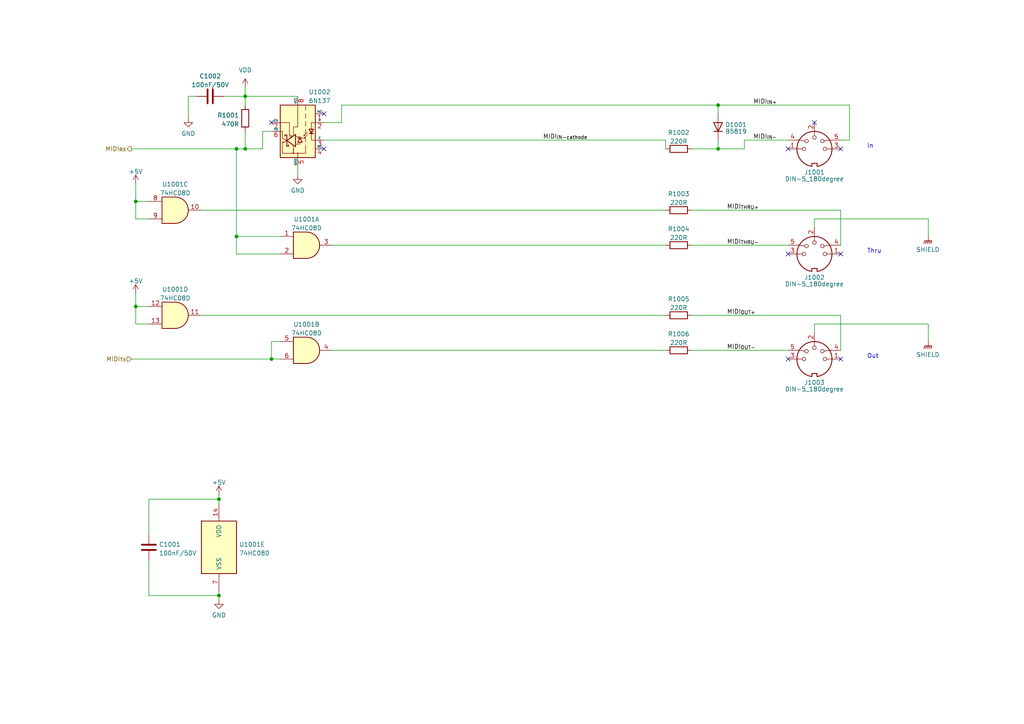
<source format=kicad_sch>
(kicad_sch (version 20230121) (generator eeschema)
  (paper "A4")
  (lib_symbols
    (symbol "4xxx:4081" (pin_names (offset 1.016))
      (property "Reference" "U" (at 0 1.27 0))
      (property "Value" "4081" (at 0 -1.27 0))
      (symbol "4081_1_1"
        (arc (start 0 -3.81) (mid 3.7934 0) (end 0 3.81) (stroke (width 0.254)) (fill (type background)))
        (polyline (pts (xy 0 3.81) (xy -3.81 3.81) (xy -3.81 -3.81) (xy 0 -3.81)) (stroke (width 0.254)) (fill (type background)))
        (pin input line (at -7.62 2.54 0) (length 3.81) (name "~") (number "1"))
        (pin input line (at -7.62 -2.54 0) (length 3.81) (name "~") (number "2"))
        (pin output line (at 7.62 0 180) (length 3.81) (name "~") (number "3"))
      )
      (symbol "4081_1_2"
        (arc (start -3.81 -3.81) (mid -2.589 0) (end -3.81 3.81) (stroke (width 0.254)))
        (arc (start -0.6096 -3.81) (mid 2.1842 -2.5851) (end 3.81 0) (stroke (width 0.254)) (fill (type background)))
        (polyline (pts (xy -3.81 -3.81) (xy -0.635 -3.81)) (stroke (width 0.254)) (fill (type background)))
        (polyline (pts (xy -3.81 3.81) (xy -0.635 3.81)) (stroke (width 0.254)) (fill (type background)))
        (polyline (pts (xy -0.635 3.81) (xy -3.81 3.81) (xy -3.81 3.81) (xy -3.556 3.4036) (xy -3.0226 2.2606) (xy -2.6924 1.0414) (xy -2.6162 -0.254) (xy -2.7686 -1.4986) (xy -3.175 -2.7178) (xy -3.81 -3.81) (xy -3.81 -3.81) (xy -0.635 -3.81)) (stroke (width -25.4)) (fill (type background)))
        (arc (start 3.81 0) (mid 2.1915 2.5936) (end -0.6096 3.81) (stroke (width 0.254)) (fill (type background)))
        (pin input inverted (at -7.62 2.54 0) (length 4.318) (name "~") (number "1"))
        (pin input inverted (at -7.62 -2.54 0) (length 4.318) (name "~") (number "2"))
        (pin output inverted (at 7.62 0 180) (length 3.81) (name "~") (number "3"))
      )
      (symbol "4081_2_1"
        (arc (start 0 -3.81) (mid 3.7934 0) (end 0 3.81) (stroke (width 0.254)) (fill (type background)))
        (polyline (pts (xy 0 3.81) (xy -3.81 3.81) (xy -3.81 -3.81) (xy 0 -3.81)) (stroke (width 0.254)) (fill (type background)))
        (pin output line (at 7.62 0 180) (length 3.81) (name "~") (number "4"))
        (pin input line (at -7.62 2.54 0) (length 3.81) (name "~") (number "5"))
        (pin input line (at -7.62 -2.54 0) (length 3.81) (name "~") (number "6"))
      )
      (symbol "4081_2_2"
        (arc (start -3.81 -3.81) (mid -2.589 0) (end -3.81 3.81) (stroke (width 0.254)))
        (arc (start -0.6096 -3.81) (mid 2.1842 -2.5851) (end 3.81 0) (stroke (width 0.254)) (fill (type background)))
        (polyline (pts (xy -3.81 -3.81) (xy -0.635 -3.81)) (stroke (width 0.254)) (fill (type background)))
        (polyline (pts (xy -3.81 3.81) (xy -0.635 3.81)) (stroke (width 0.254)) (fill (type background)))
        (polyline (pts (xy -0.635 3.81) (xy -3.81 3.81) (xy -3.81 3.81) (xy -3.556 3.4036) (xy -3.0226 2.2606) (xy -2.6924 1.0414) (xy -2.6162 -0.254) (xy -2.7686 -1.4986) (xy -3.175 -2.7178) (xy -3.81 -3.81) (xy -3.81 -3.81) (xy -0.635 -3.81)) (stroke (width -25.4)) (fill (type background)))
        (arc (start 3.81 0) (mid 2.1915 2.5936) (end -0.6096 3.81) (stroke (width 0.254)) (fill (type background)))
        (pin output inverted (at 7.62 0 180) (length 3.81) (name "~") (number "4"))
        (pin input inverted (at -7.62 2.54 0) (length 4.318) (name "~") (number "5"))
        (pin input inverted (at -7.62 -2.54 0) (length 4.318) (name "~") (number "6"))
      )
      (symbol "4081_3_1"
        (arc (start 0 -3.81) (mid 3.7934 0) (end 0 3.81) (stroke (width 0.254)) (fill (type background)))
        (polyline (pts (xy 0 3.81) (xy -3.81 3.81) (xy -3.81 -3.81) (xy 0 -3.81)) (stroke (width 0.254)) (fill (type background)))
        (pin output line (at 7.62 0 180) (length 3.81) (name "~") (number "10"))
        (pin input line (at -7.62 2.54 0) (length 3.81) (name "~") (number "8"))
        (pin input line (at -7.62 -2.54 0) (length 3.81) (name "~") (number "9"))
      )
      (symbol "4081_3_2"
        (arc (start -3.81 -3.81) (mid -2.589 0) (end -3.81 3.81) (stroke (width 0.254)))
        (arc (start -0.6096 -3.81) (mid 2.1842 -2.5851) (end 3.81 0) (stroke (width 0.254)) (fill (type background)))
        (polyline (pts (xy -3.81 -3.81) (xy -0.635 -3.81)) (stroke (width 0.254)) (fill (type background)))
        (polyline (pts (xy -3.81 3.81) (xy -0.635 3.81)) (stroke (width 0.254)) (fill (type background)))
        (polyline (pts (xy -0.635 3.81) (xy -3.81 3.81) (xy -3.81 3.81) (xy -3.556 3.4036) (xy -3.0226 2.2606) (xy -2.6924 1.0414) (xy -2.6162 -0.254) (xy -2.7686 -1.4986) (xy -3.175 -2.7178) (xy -3.81 -3.81) (xy -3.81 -3.81) (xy -0.635 -3.81)) (stroke (width -25.4)) (fill (type background)))
        (arc (start 3.81 0) (mid 2.1915 2.5936) (end -0.6096 3.81) (stroke (width 0.254)) (fill (type background)))
        (pin output inverted (at 7.62 0 180) (length 3.81) (name "~") (number "10"))
        (pin input inverted (at -7.62 2.54 0) (length 4.318) (name "~") (number "8"))
        (pin input inverted (at -7.62 -2.54 0) (length 4.318) (name "~") (number "9"))
      )
      (symbol "4081_4_1"
        (arc (start 0 -3.81) (mid 3.7934 0) (end 0 3.81) (stroke (width 0.254)) (fill (type background)))
        (polyline (pts (xy 0 3.81) (xy -3.81 3.81) (xy -3.81 -3.81) (xy 0 -3.81)) (stroke (width 0.254)) (fill (type background)))
        (pin output line (at 7.62 0 180) (length 3.81) (name "~") (number "11"))
        (pin input line (at -7.62 2.54 0) (length 3.81) (name "~") (number "12"))
        (pin input line (at -7.62 -2.54 0) (length 3.81) (name "~") (number "13"))
      )
      (symbol "4081_4_2"
        (arc (start -3.81 -3.81) (mid -2.589 0) (end -3.81 3.81) (stroke (width 0.254)))
        (arc (start -0.6096 -3.81) (mid 2.1842 -2.5851) (end 3.81 0) (stroke (width 0.254)) (fill (type background)))
        (polyline (pts (xy -3.81 -3.81) (xy -0.635 -3.81)) (stroke (width 0.254)) (fill (type background)))
        (polyline (pts (xy -3.81 3.81) (xy -0.635 3.81)) (stroke (width 0.254)) (fill (type background)))
        (polyline (pts (xy -0.635 3.81) (xy -3.81 3.81) (xy -3.81 3.81) (xy -3.556 3.4036) (xy -3.0226 2.2606) (xy -2.6924 1.0414) (xy -2.6162 -0.254) (xy -2.7686 -1.4986) (xy -3.175 -2.7178) (xy -3.81 -3.81) (xy -3.81 -3.81) (xy -0.635 -3.81)) (stroke (width -25.4)) (fill (type background)))
        (arc (start 3.81 0) (mid 2.1915 2.5936) (end -0.6096 3.81) (stroke (width 0.254)) (fill (type background)))
        (pin output inverted (at 7.62 0 180) (length 3.81) (name "~") (number "11"))
        (pin input inverted (at -7.62 2.54 0) (length 4.318) (name "~") (number "12"))
        (pin input inverted (at -7.62 -2.54 0) (length 4.318) (name "~") (number "13"))
      )
      (symbol "4081_5_0"
        (pin power_in line (at 0 12.7 270) (length 5.08) (name "VDD") (number "14"))
        (pin power_in line (at 0 -12.7 90) (length 5.08) (name "VSS") (number "7"))
      )
      (symbol "4081_5_1"
        (rectangle (start -5.08 7.62) (end 5.08 -7.62) (stroke (width 0.254)) (fill (type background)))
      )
    )
    (symbol "Connector:DIN-5_180degree" (pin_names (offset 1.016))
      (property "Reference" "J" (at 3.175 5.715 0))
      (property "Value" "DIN-5_180degree" (at 0 -6.35 0))
      (symbol "DIN-5_180degree_0_1"
        (arc (start -5.08 0) (mid -3.8609 -3.3364) (end -0.762 -5.08) (stroke (width 0.254)))
        (circle (center -3.048 0) (radius 0.508))
        (circle (center -2.286 2.286) (radius 0.508))
        (polyline (pts (xy -5.08 0) (xy -3.556 0)))
        (polyline (pts (xy 0 5.08) (xy 0 3.81)))
        (polyline (pts (xy 5.08 0) (xy 3.556 0)))
        (polyline (pts (xy -5.08 2.54) (xy -4.318 2.54) (xy -2.794 2.286)))
        (polyline (pts (xy 5.08 2.54) (xy 4.318 2.54) (xy 2.794 2.286)))
        (polyline (pts (xy -0.762 -4.953) (xy -0.762 -4.191) (xy 0.762 -4.191) (xy 0.762 -4.953)) (stroke (width 0.254)))
        (circle (center 0 3.302) (radius 0.508))
        (arc (start 0.762 -5.08) (mid 3.8685 -3.343) (end 5.08 0) (stroke (width 0.254)))
        (circle (center 2.286 2.286) (radius 0.508))
        (circle (center 3.048 0) (radius 0.508))
        (arc (start 5.08 0) (mid 0 5.0579) (end -5.08 0) (stroke (width 0.254)))
      )
      (symbol "DIN-5_180degree_1_1"
        (pin passive line (at -7.62 0 0) (length 2.54) (name "~") (number "1"))
        (pin passive line (at 0 7.62 270) (length 2.54) (name "~") (number "2"))
        (pin passive line (at 7.62 0 180) (length 2.54) (name "~") (number "3"))
        (pin passive line (at -7.62 2.54 0) (length 2.54) (name "~") (number "4"))
        (pin passive line (at 7.62 2.54 180) (length 2.54) (name "~") (number "5"))
      )
    )
    (symbol "Device:C" (pin_numbers hide) (pin_names (offset 0.254))
      (property "Reference" "C" (at 0.635 2.54 0))
      (property "Value" "C" (at 0.635 -2.54 0))
      (symbol "C_0_1"
        (polyline (pts (xy -2.032 -0.762) (xy 2.032 -0.762)) (stroke (width 0.508)))
        (polyline (pts (xy -2.032 0.762) (xy 2.032 0.762)) (stroke (width 0.508)))
      )
      (symbol "C_1_1"
        (pin passive line (at 0 3.81 270) (length 2.794) (name "~") (number "1"))
        (pin passive line (at 0 -3.81 90) (length 2.794) (name "~") (number "2"))
      )
    )
    (symbol "Device:D" (pin_numbers hide) (pin_names (offset 1.016) hide)
      (property "Reference" "D" (at 0 2.54 0))
      (property "Value" "D" (at 0 -2.54 0))
      (symbol "D_0_1"
        (polyline (pts (xy -1.27 1.27) (xy -1.27 -1.27)) (stroke (width 0.254)))
        (polyline (pts (xy 1.27 0) (xy -1.27 0)))
        (polyline (pts (xy 1.27 1.27) (xy 1.27 -1.27) (xy -1.27 0) (xy 1.27 1.27)) (stroke (width 0.254)))
      )
      (symbol "D_1_1"
        (pin passive line (at -3.81 0 0) (length 2.54) (name "K") (number "1"))
        (pin passive line (at 3.81 0 180) (length 2.54) (name "A") (number "2"))
      )
    )
    (symbol "Device:R" (pin_numbers hide) (pin_names (offset 0))
      (property "Reference" "R" (at 2.032 0 90))
      (property "Value" "R" (at 0 0 90))
      (symbol "R_0_1"
        (rectangle (start -1.016 -2.54) (end 1.016 2.54) (stroke (width 0.254)))
      )
      (symbol "R_1_1"
        (pin passive line (at 0 3.81 270) (length 1.27) (name "~") (number "1"))
        (pin passive line (at 0 -3.81 90) (length 1.27) (name "~") (number "2"))
      )
    )
    (symbol "Isolator:6N137" (pin_names (offset 0))
      (property "Reference" "U" (at -4.064 8.89 0))
      (property "Value" "6N137" (at 0 -8.89 0))
      (symbol "6N137_0_1"
        (polyline (pts (xy 0 -6.35) (xy -2.286 -6.35) (xy -2.286 -4.064)))
        (polyline (pts (xy -5.08 -2.54) (xy -3.937 -2.54) (xy -3.937 2.54) (xy -5.08 2.54)))
        (polyline (pts (xy 1.27 -5.08) (xy 1.27 -6.35) (xy 0 -6.35) (xy 0 -7.62)))
        (polyline (pts (xy 3.175 -2.667) (xy 0.635 -4.445) (xy 0.635 -0.889) (xy 3.175 -2.667)) (stroke (width 0.254)))
        (polyline (pts (xy -2.794 -1.016) (xy -1.717 -2.093) (xy -2.076 -1.914) (xy -1.896 -1.734) (xy -1.717 -2.093)))
        (polyline (pts (xy -2.794 -0.254) (xy -1.717 -1.331) (xy -2.076 -1.152) (xy -1.896 -0.972) (xy -1.717 -1.331)))
      )
      (symbol "6N137_1_1"
        (rectangle (start -5.08 7.62) (end 5.08 -7.62) (stroke (width 0.254)) (fill (type background)))
        (circle (center 0 -6.35) (radius 0.127) (fill (type outline)))
        (polyline (pts (xy -4.572 -0.635) (xy -3.302 -0.635)) (stroke (width 0.254)))
        (polyline (pts (xy -2.286 -1.778) (xy -2.286 -3.048)))
        (polyline (pts (xy -2.286 0.508) (xy -2.286 -0.762)))
        (polyline (pts (xy -2.286 2.794) (xy -2.286 1.524)))
        (polyline (pts (xy -2.286 5.08) (xy -2.286 3.81)))
        (polyline (pts (xy -2.286 7.366) (xy -2.286 6.096)))
        (polyline (pts (xy -1.27 -1.905) (xy 0 -1.905)) (stroke (width 0.254)))
        (polyline (pts (xy -0.635 -3.302) (xy -0.635 -3.683) (xy 0.635 -3.683)))
        (polyline (pts (xy -0.635 -1.905) (xy -0.635 -1.524) (xy 0.508 -1.524)))
        (polyline (pts (xy 1.27 -4.064) (xy 1.27 -6.35) (xy 4.445 -6.35)))
        (polyline (pts (xy 3.175 -2.667) (xy 4.445 -3.302) (xy 4.445 -6.35)))
        (polyline (pts (xy -3.937 -0.635) (xy -4.572 0.635) (xy -3.302 0.635) (xy -3.937 -0.635)) (stroke (width 0.254)))
        (polyline (pts (xy -0.635 -1.905) (xy -1.27 -3.175) (xy 0 -3.175) (xy -0.635 -1.905)) (stroke (width 0.254)))
        (polyline (pts (xy 1.27 -1.27) (xy 1.27 1.27) (xy 0 1.27) (xy 0 7.62)))
        (polyline (pts (xy 2.1844 -1.1684) (xy 2.413 -0.889) (xy 2.413 2.54) (xy 5.08 2.54)))
        (polyline (pts (xy 3.175 -2.667) (xy 3.175 -4.318) (xy 2.667 -4.318) (xy 2.667 -3.937)) (stroke (width 0.254)))
        (polyline (pts (xy 3.175 -2.667) (xy 3.175 -1.016) (xy 3.683 -1.016) (xy 3.683 -1.397)) (stroke (width 0.254)))
        (polyline (pts (xy 3.175 -2.667) (xy 4.445 -2.032) (xy 4.445 0) (xy 5.08 0)))
        (polyline (pts (xy 4.445 -3.302) (xy 4.161 -3.018) (xy 4.047 -3.246) (xy 4.445 -3.302)) (stroke (width 0.127)) (fill (type outline)))
        (circle (center 1.27 -6.35) (radius 0.127) (fill (type outline)))
        (circle (center 2.032 -1.397) (radius 0.254))
        (pin passive line (at -7.62 5.08 0) (length 2.54) (name "NC") (number "1"))
        (pin passive line (at -7.62 2.54 0) (length 2.54) (name "A") (number "2"))
        (pin passive line (at -7.62 -2.54 0) (length 2.54) (name "C") (number "3"))
        (pin passive line (at -7.62 -5.08 0) (length 2.54) (name "NC") (number "4"))
        (pin power_in line (at 0 -10.16 90) (length 2.54) (name "GND") (number "5"))
        (pin open_collector line (at 7.62 0 180) (length 2.54) (name "VO") (number "6"))
        (pin input line (at 7.62 2.54 180) (length 2.54) (name "EN") (number "7"))
        (pin power_in line (at 0 10.16 270) (length 2.54) (name "VCC") (number "8"))
      )
    )
    (symbol "Skrooter_symbols:SHIELD" (power) (pin_names (offset 0))
      (property "Value" "SHIELD" (at 0 -3.302 0))
      (symbol "SHIELD_0_1"
        (polyline (pts (xy 0 -1.27) (xy 0 0)))
        (polyline (pts (xy -1.016 -1.27) (xy -1.27 -2.032) (xy -1.27 -2.032)) (stroke (width 0.2032)))
        (polyline (pts (xy -0.508 -1.27) (xy -0.762 -2.032) (xy -0.762 -2.032)) (stroke (width 0.2032)))
        (polyline (pts (xy 0 -1.27) (xy -0.254 -2.032) (xy -0.254 -2.032)) (stroke (width 0.2032)))
        (polyline (pts (xy 0.508 -1.27) (xy 0.254 -2.032) (xy 0.254 -2.032)) (stroke (width 0.2032)))
        (polyline (pts (xy 1.016 -1.27) (xy -1.016 -1.27) (xy -1.016 -1.27)) (stroke (width 0.2032)))
        (polyline (pts (xy 1.016 -1.27) (xy 0.762 -2.032) (xy 0.762 -2.032) (xy 0.762 -2.032)) (stroke (width 0.2032)))
      )
      (symbol "SHIELD_1_1"
        (pin power_in line (at 0 0 270) (length 0) hide (name "SHIELD") (number "1"))
      )
    )
    (symbol "power:+5V" (power) (pin_names (offset 0))
      (property "Value" "+5V" (at 0 3.556 0))
      (symbol "+5V_0_1"
        (polyline (pts (xy -0.762 1.27) (xy 0 2.54)))
        (polyline (pts (xy 0 0) (xy 0 2.54)))
        (polyline (pts (xy 0 2.54) (xy 0.762 1.27)))
      )
      (symbol "+5V_1_1"
        (pin power_in line (at 0 0 90) (length 0) hide (name "+5V") (number "1"))
      )
    )
    (symbol "power:GND" (power) (pin_names (offset 0))
      (property "Value" "GND" (at 0 -3.81 0))
      (symbol "GND_0_1"
        (polyline (pts (xy 0 0) (xy 0 -1.27) (xy 1.27 -1.27) (xy 0 -2.54) (xy -1.27 -1.27) (xy 0 -1.27)))
      )
      (symbol "GND_1_1"
        (pin power_in line (at 0 0 270) (length 0) hide (name "GND") (number "1"))
      )
    )
    (symbol "power:VDD" (power) (pin_names (offset 0))
      (property "Value" "VDD" (at 0 3.81 0))
      (symbol "VDD_0_1"
        (polyline (pts (xy -0.762 1.27) (xy 0 2.54)))
        (polyline (pts (xy 0 0) (xy 0 2.54)))
        (polyline (pts (xy 0 2.54) (xy 0.762 1.27)))
      )
      (symbol "VDD_1_1"
        (pin power_in line (at 0 0 90) (length 0) hide (name "VDD") (number "1"))
      )
    )
  )
  (junction (at 63.5 172.72))
  (junction (at 68.58 68.58))
  (junction (at 208.28 43.18))
  (junction (at 208.28 30.48))
  (junction (at 71.12 43.18))
  (junction (at 63.5 144.78))
  (junction (at 39.37 88.9))
  (junction (at 71.12 27.94))
  (junction (at 78.74 104.14))
  (junction (at 39.37 58.42))
  (junction (at 68.58 43.18))
  (no_connect (at 228.6 104.14))
  (no_connect (at 228.6 73.66))
  (no_connect (at 93.98 43.18))
  (no_connect (at 243.84 43.18))
  (no_connect (at 228.6 43.18))
  (no_connect (at 243.84 73.66))
  (no_connect (at 78.74 35.56))
  (no_connect (at 93.98 33.02))
  (no_connect (at 243.84 104.14))
  (no_connect (at 236.22 35.56))
  (wire (pts (xy 86.36 48.26) (xy 86.36 50.8)))
  (wire (pts (xy 71.12 43.18) (xy 76.2 43.18)))
  (wire (pts (xy 193.04 40.64) (xy 193.04 43.18)))
  (wire (pts (xy 246.38 40.64) (xy 246.38 30.48)))
  (wire (pts (xy 68.58 43.18) (xy 68.58 68.58)))
  (wire (pts (xy 200.66 43.18) (xy 208.28 43.18)))
  (wire (pts (xy 71.12 25.4) (xy 71.12 27.94)))
  (wire (pts (xy 76.2 38.1) (xy 78.74 38.1)))
  (wire (pts (xy 236.22 93.98) (xy 269.24 93.98)))
  (wire (pts (xy 215.9 43.18) (xy 215.9 40.64)))
  (wire (pts (xy 208.28 30.48) (xy 208.28 33.02)))
  (wire (pts (xy 71.12 27.94) (xy 86.36 27.94)))
  (wire (pts (xy 43.18 58.42) (xy 39.37 58.42)))
  (wire (pts (xy 63.5 172.72) (xy 43.18 172.72)))
  (wire (pts (xy 81.28 73.66) (xy 68.58 73.66)))
  (wire (pts (xy 200.66 101.6) (xy 228.6 101.6)))
  (wire (pts (xy 78.74 99.06) (xy 81.28 99.06)))
  (wire (pts (xy 269.24 63.5) (xy 269.24 68.58)))
  (wire (pts (xy 200.66 71.12) (xy 228.6 71.12)))
  (wire (pts (xy 81.28 104.14) (xy 78.74 104.14)))
  (wire (pts (xy 38.1 104.14) (xy 78.74 104.14)))
  (wire (pts (xy 81.28 68.58) (xy 68.58 68.58)))
  (wire (pts (xy 54.61 27.94) (xy 54.61 34.29)))
  (wire (pts (xy 43.18 93.98) (xy 39.37 93.98)))
  (wire (pts (xy 43.18 144.78) (xy 63.5 144.78)))
  (wire (pts (xy 43.18 154.94) (xy 43.18 144.78)))
  (wire (pts (xy 71.12 27.94) (xy 71.12 30.48)))
  (wire (pts (xy 200.66 60.96) (xy 243.84 60.96)))
  (wire (pts (xy 208.28 43.18) (xy 215.9 43.18)))
  (wire (pts (xy 243.84 40.64) (xy 246.38 40.64)))
  (wire (pts (xy 63.5 171.45) (xy 63.5 172.72)))
  (wire (pts (xy 76.2 38.1) (xy 76.2 43.18)))
  (wire (pts (xy 58.42 60.96) (xy 193.04 60.96)))
  (wire (pts (xy 99.06 30.48) (xy 99.06 35.56)))
  (wire (pts (xy 96.52 71.12) (xy 193.04 71.12)))
  (wire (pts (xy 58.42 91.44) (xy 193.04 91.44)))
  (wire (pts (xy 68.58 43.18) (xy 71.12 43.18)))
  (wire (pts (xy 96.52 101.6) (xy 193.04 101.6)))
  (wire (pts (xy 208.28 40.64) (xy 208.28 43.18)))
  (wire (pts (xy 43.18 172.72) (xy 43.18 162.56)))
  (wire (pts (xy 215.9 40.64) (xy 228.6 40.64)))
  (wire (pts (xy 78.74 104.14) (xy 78.74 99.06)))
  (wire (pts (xy 236.22 66.04) (xy 236.22 63.5)))
  (wire (pts (xy 57.15 27.94) (xy 54.61 27.94)))
  (wire (pts (xy 39.37 88.9) (xy 39.37 93.98)))
  (wire (pts (xy 39.37 88.9) (xy 39.37 85.09)))
  (wire (pts (xy 63.5 144.78) (xy 63.5 146.05)))
  (wire (pts (xy 38.1 43.18) (xy 68.58 43.18)))
  (wire (pts (xy 243.84 71.12) (xy 243.84 60.96)))
  (wire (pts (xy 68.58 68.58) (xy 68.58 73.66)))
  (wire (pts (xy 246.38 30.48) (xy 208.28 30.48)))
  (wire (pts (xy 39.37 63.5) (xy 39.37 58.42)))
  (wire (pts (xy 236.22 96.52) (xy 236.22 93.98)))
  (wire (pts (xy 63.5 172.72) (xy 63.5 173.99)))
  (wire (pts (xy 269.24 93.98) (xy 269.24 99.06)))
  (wire (pts (xy 236.22 63.5) (xy 269.24 63.5)))
  (wire (pts (xy 243.84 101.6) (xy 243.84 91.44)))
  (wire (pts (xy 39.37 58.42) (xy 39.37 53.34)))
  (wire (pts (xy 200.66 91.44) (xy 243.84 91.44)))
  (wire (pts (xy 43.18 88.9) (xy 39.37 88.9)))
  (wire (pts (xy 93.98 40.64) (xy 193.04 40.64)))
  (wire (pts (xy 99.06 30.48) (xy 208.28 30.48)))
  (wire (pts (xy 63.5 143.51) (xy 63.5 144.78)))
  (wire (pts (xy 71.12 38.1) (xy 71.12 43.18)))
  (wire (pts (xy 64.77 27.94) (xy 71.12 27.94)))
  (wire (pts (xy 99.06 35.56) (xy 93.98 35.56)))
  (wire (pts (xy 43.18 63.5) (xy 39.37 63.5)))
  (text "Out" (at 251.46 104.14 0) (effects (font (size 1.27 1.27)) (justify left bottom)))
  (text "Thru" (at 251.46 73.66 0) (effects (font (size 1.27 1.27)) (justify left bottom)))
  (text "In" (at 251.46 43.18 0) (effects (font (size 1.27 1.27)) (justify left bottom)))
  (label "MIDI_{OUT-}" (at 210.82 101.6 0))
  (label "MIDI_{IN+}" (at 218.44 30.48 0))
  (label "MIDI_{IN-cathode}" (at 157.48 40.64 0))
  (label "MIDI_{THRU+}" (at 210.82 60.96 0))
  (label "MIDI_{IN-}" (at 218.44 40.64 0))
  (label "MIDI_{THRU-}" (at 210.82 71.12 0))
  (label "MIDI_{OUT+}" (at 210.82 91.44 0))
  (hierarchical_label "MIDI_{TX}" (shape input) (at 38.1 104.14 180))
  (hierarchical_label "MIDI_{RX}" (shape output) (at 38.1 43.18 180))
  (symbol (lib_id "power:VDD") (at 71.12 25.4 0) (unit 1)
    (property "Reference" "#PWR01006" (effects hide))
    (property "Value" "VDD" (at 71.12 20.32 0))
  )
  (symbol (lib_id "Device:R") (at 196.85 91.44 90) (unit 1)
    (property "Reference" "R1005" (at 196.85 86.7242 90))
    (property "Value" "220R" (at 196.85 89.2611 90))
    (property "Footprint" "Resistor_SMD:R_0805_2012Metric_Pad1.20x1.40mm_HandSolder" (effects hide))
    (property "LCSC" "C17557" (effects hide))
    (instances (project "Magna" (path "" (reference "R1005") (unit 1))) (project "Ledwallcontroller" (path "" (reference "#R?") (unit 1))))
  )
  (symbol (lib_id "power:+5V") (at 39.37 85.09 0) (unit 1)
    (property "Reference" "#PWR01002" (effects hide))
    (property "Value" "+5V" (at 39.37 81.5142 0))
    (instances (project "Magna" (path "" (reference "#PWR01002") (unit 1))) (project "Ledwallcontroller" (path "" (reference "#PWR?") (unit 1))))
  )
  (symbol (lib_id "Device:C") (at 43.18 158.75 0) (unit 1)
    (property "Reference" "C1001" (at 46.101 157.9153 0) (effects (justify left)))
    (property "Value" "100nF/50V" (at 46.101 160.4522 0) (effects (justify left)))
    (property "Footprint" "Capacitor_SMD:C_0805_2012Metric_Pad1.18x1.45mm_HandSolder" (effects hide))
    (property "LCSC" "C49678" (effects hide))
    (instances (project "Magna" (path "" (reference "C1001") (unit 1))) (project "Ledwallcontroller" (path "" (reference "#C?") (unit 1))))
  )
  (symbol (lib_id "4xxx:4081") (at 50.8 91.44 0) (unit 4)
    (property "Reference" "U1001" (at 50.8 83.9302 0))
    (property "Value" "74HC08D" (at 50.8 86.4671 0))
    (property "Footprint" "Package_SO:SOIC-14_3.9x8.7mm_P1.27mm" (effects hide))
    (property "Datasheet" "http://www.intersil.com/content/dam/Intersil/documents/cd40/cd4073bms-81bms-82bms.pdf" (effects hide))
    (property "LCSC" "C5593" (effects hide))
    (instances (project "Magna" (path "" (reference "U1001") (unit 4))) (project "Ledwallcontroller" (path "" (reference "#U?") (unit 4))))
  )
  (symbol (lib_id "Device:R") (at 196.85 101.6 90) (unit 1)
    (property "Reference" "R1006" (at 196.85 96.8842 90))
    (property "Value" "220R" (at 196.85 99.4211 90))
    (property "Footprint" "Resistor_SMD:R_0805_2012Metric_Pad1.20x1.40mm_HandSolder" (effects hide))
    (property "LCSC" "C17557" (effects hide))
    (instances (project "Magna" (path "" (reference "R1006") (unit 1))) (project "Ledwallcontroller" (path "" (reference "#R?") (unit 1))))
  )
  (symbol (lib_id "Skrooter_symbols:SHIELD") (at 269.24 99.06 0) (unit 1)
    (property "Reference" "#PWR01009" (effects hide))
    (property "Value" "SHIELD" (at 269.113 102.87 0))
  )
  (symbol (lib_id "Connector:DIN-5_180degree") (at 236.22 73.66 0) (mirror y) (unit 1)
    (property "Reference" "J1002" (at 236.2199 80.4625 0))
    (property "Value" "DIN-5_180degree" (at 236.2199 82.3835 0))
    (property "Footprint" "Skrooter_footprints:DIN-504-M10" (effects hide))
    (property "Datasheet" "http://www.mouser.com/ds/2/18/40_c091_abd_e-75918.pdf" (effects hide))
    (property "LCSC" "C2939344" (effects hide))
    (instances (project "Magna" (path "" (reference "J1002") (unit 1))) (project "Ledwallcontroller" (path "" (reference "#J?") (unit 1))))
  )
  (symbol (lib_id "Device:R") (at 196.85 43.18 90) (unit 1)
    (property "Reference" "R1002" (at 196.85 38.4642 90))
    (property "Value" "220R" (at 196.85 41.0011 90))
    (property "Footprint" "Resistor_SMD:R_0805_2012Metric_Pad1.20x1.40mm_HandSolder" (effects hide))
    (property "LCSC" "C17557" (effects hide))
    (instances (project "Magna" (path "" (reference "R1002") (unit 1))) (project "Ledwallcontroller" (path "" (reference "#R?") (unit 1))))
  )
  (symbol (lib_id "4xxx:4081") (at 63.5 158.75 0) (unit 5)
    (property "Reference" "U1001" (at 69.342 157.9153 0) (effects (justify left)))
    (property "Value" "74HC08D" (at 69.342 160.4522 0) (effects (justify left)))
    (property "Footprint" "Package_SO:SOIC-14_3.9x8.7mm_P1.27mm" (effects hide))
    (property "Datasheet" "http://www.intersil.com/content/dam/Intersil/documents/cd40/cd4073bms-81bms-82bms.pdf" (effects hide))
    (property "LCSC" "C5593" (effects hide))
    (instances (project "Magna" (path "" (reference "U1001") (unit 5))) (project "Ledwallcontroller" (path "" (reference "#U?") (unit 5))))
  )
  (symbol (lib_id "power:+5V") (at 39.37 53.34 0) (unit 1)
    (property "Reference" "#PWR01001" (effects hide))
    (property "Value" "+5V" (at 39.37 49.7642 0))
    (instances (project "Magna" (path "" (reference "#PWR01001") (unit 1))) (project "Ledwallcontroller" (path "" (reference "#PWR?") (unit 1))))
  )
  (symbol (lib_id "Device:R") (at 196.85 60.96 90) (unit 1)
    (property "Reference" "R1003" (at 196.85 56.2442 90))
    (property "Value" "220R" (at 196.85 58.7811 90))
    (property "Footprint" "Resistor_SMD:R_0805_2012Metric_Pad1.20x1.40mm_HandSolder" (effects hide))
    (property "LCSC" "C17557" (effects hide))
    (instances (project "Magna" (path "" (reference "R1003") (unit 1))) (project "Ledwallcontroller" (path "" (reference "#R?") (unit 1))))
  )
  (symbol (lib_id "Isolator:6N137") (at 86.36 38.1 0) (mirror y) (unit 1)
    (property "Reference" "U1002" (at 92.71 26.67 0))
    (property "Value" "6N137" (at 92.71 29.21 0))
    (property "Footprint" "Package_DIP:DIP-8_W7.62mm" (effects hide))
    (property "Datasheet" "https://docs.broadcom.com/docs/AV02-0940EN" (effects hide))
    (property "LCSC" "C110020" (effects hide))
    (instances (project "Magna" (path "" (reference "U1002") (unit 1))) (project "Ledwallcontroller" (path "" (reference "#U?") (unit 1))))
  )
  (symbol (lib_id "power:GND") (at 54.61 34.29 0) (unit 1)
    (property "Reference" "#PWR01003" (effects hide))
    (property "Value" "GND" (at 54.61 38.7334 0))
    (instances (project "Magna" (path "" (reference "#PWR01003") (unit 1))) (project "Ledwallcontroller" (path "" (reference "#PWR?") (unit 1))))
  )
  (symbol (lib_id "power:GND") (at 63.5 173.99 0) (unit 1)
    (property "Reference" "#PWR01005" (effects hide))
    (property "Value" "GND" (at 63.5 178.4334 0))
    (instances (project "Magna" (path "" (reference "#PWR01005") (unit 1))) (project "Ledwallcontroller" (path "" (reference "#PWR?") (unit 1))))
  )
  (symbol (lib_id "Device:C") (at 60.96 27.94 90) (unit 1)
    (property "Reference" "C1002" (at 60.96 22.0812 90))
    (property "Value" "100nF/50V" (at 60.96 24.6181 90))
    (property "Footprint" "Capacitor_SMD:C_0805_2012Metric_Pad1.18x1.45mm_HandSolder" (effects hide))
    (property "LCSC" "C49678" (effects hide))
    (instances (project "Magna" (path "" (reference "C1002") (unit 1))) (project "Ledwallcontroller" (path "" (reference "#C?") (unit 1))))
  )
  (symbol (lib_id "power:+5V") (at 63.5 143.51 0) (unit 1)
    (property "Reference" "#PWR01004" (effects hide))
    (property "Value" "+5V" (at 63.5 139.9342 0))
    (instances (project "Magna" (path "" (reference "#PWR01004") (unit 1))) (project "Ledwallcontroller" (path "" (reference "#PWR?") (unit 1))))
  )
  (symbol (lib_id "Skrooter_symbols:SHIELD") (at 269.24 68.58 0) (unit 1)
    (property "Reference" "#PWR01008" (effects hide))
    (property "Value" "SHIELD" (at 269.113 72.39 0))
  )
  (symbol (lib_id "4xxx:4081") (at 88.9 71.12 0) (unit 1)
    (property "Reference" "U1001" (at 88.9 63.6102 0))
    (property "Value" "74HC08D" (at 88.9 66.1471 0))
    (property "Footprint" "Package_SO:SOIC-14_3.9x8.7mm_P1.27mm" (effects hide))
    (property "Datasheet" "http://www.intersil.com/content/dam/Intersil/documents/cd40/cd4073bms-81bms-82bms.pdf" (effects hide))
    (property "LCSC" "C5593" (effects hide))
    (instances (project "Magna" (path "" (reference "U1001") (unit 1))) (project "Ledwallcontroller" (path "" (reference "#U?") (unit 1))))
  )
  (symbol (lib_id "Device:D") (at 208.28 36.83 90) (unit 1)
    (property "Reference" "D1001" (at 210.312 36.1863 90) (effects (justify right)))
    (property "Value" "B5819" (at 210.312 38.1073 90) (effects (justify right)))
    (property "Footprint" "Diode_SMD:D_SOD-123" (effects hide))
    (property "LCSC" "C64885" (effects hide))
    (property "Sim.Device" "D" (effects hide))
    (property "Sim.Pins" "1=K 2=A" (effects hide))
    (instances (project "Magna" (path "" (reference "D1001") (unit 1))) (project "Ledwallcontroller" (path "" (reference "#D?") (unit 1))))
  )
  (symbol (lib_id "Device:R") (at 71.12 34.29 0) (mirror x) (unit 1)
    (property "Reference" "R1001" (at 69.342 33.4553 0) (effects (justify right)))
    (property "Value" "470R" (at 69.342 35.9922 0) (effects (justify right)))
    (property "Footprint" "Resistor_SMD:R_0805_2012Metric_Pad1.20x1.40mm_HandSolder" (effects hide))
    (property "LCSC" "C706320" (effects hide))
    (instances (project "Magna" (path "" (reference "R1001") (unit 1))) (project "Ledwallcontroller" (path "" (reference "#R?") (unit 1))))
  )
  (symbol (lib_id "4xxx:4081") (at 88.9 101.6 0) (unit 2)
    (property "Reference" "U1001" (at 88.9 94.0902 0))
    (property "Value" "74HC08D" (at 88.9 96.6271 0))
    (property "Footprint" "Package_SO:SOIC-14_3.9x8.7mm_P1.27mm" (effects hide))
    (property "Datasheet" "http://www.intersil.com/content/dam/Intersil/documents/cd40/cd4073bms-81bms-82bms.pdf" (effects hide))
    (property "LCSC" "C5593" (effects hide))
    (instances (project "Magna" (path "" (reference "U1001") (unit 2))) (project "Ledwallcontroller" (path "" (reference "#U?") (unit 2))))
  )
  (symbol (lib_id "Connector:DIN-5_180degree") (at 236.22 104.14 0) (mirror y) (unit 1)
    (property "Reference" "J1003" (at 236.2199 110.9425 0))
    (property "Value" "DIN-5_180degree" (at 236.2199 112.8635 0))
    (property "Footprint" "Skrooter_footprints:DIN-504-M10" (effects hide))
    (property "Datasheet" "http://www.mouser.com/ds/2/18/40_c091_abd_e-75918.pdf" (effects hide))
    (property "LCSC" "C2939344" (effects hide))
    (instances (project "Magna" (path "" (reference "J1003") (unit 1))) (project "Ledwallcontroller" (path "" (reference "#J?") (unit 1))))
  )
  (symbol (lib_id "4xxx:4081") (at 50.8 60.96 0) (unit 3)
    (property "Reference" "U1001" (at 50.8 53.4502 0))
    (property "Value" "74HC08D" (at 50.8 55.9871 0))
    (property "Footprint" "Package_SO:SOIC-14_3.9x8.7mm_P1.27mm" (effects hide))
    (property "Datasheet" "http://www.intersil.com/content/dam/Intersil/documents/cd40/cd4073bms-81bms-82bms.pdf" (effects hide))
    (property "LCSC" "C5593" (effects hide))
    (instances (project "Magna" (path "" (reference "U1001") (unit 3))) (project "Ledwallcontroller" (path "" (reference "#U?") (unit 3))))
  )
  (symbol (lib_id "Device:R") (at 196.85 71.12 90) (unit 1)
    (property "Reference" "R1004" (at 196.85 66.4042 90))
    (property "Value" "220R" (at 196.85 68.9411 90))
    (property "Footprint" "Resistor_SMD:R_0805_2012Metric_Pad1.20x1.40mm_HandSolder" (effects hide))
    (property "LCSC" "C17557" (effects hide))
    (instances (project "Magna" (path "" (reference "R1004") (unit 1))) (project "Ledwallcontroller" (path "" (reference "#R?") (unit 1))))
  )
  (symbol (lib_id "power:GND") (at 86.36 50.8 0) (unit 1)
    (property "Reference" "#PWR01007" (effects hide))
    (property "Value" "GND" (at 86.36 55.2434 0))
    (instances (project "Magna" (path "" (reference "#PWR01007") (unit 1))) (project "Ledwallcontroller" (path "" (reference "#PWR?") (unit 1))))
  )
  (symbol (lib_id "Connector:DIN-5_180degree") (at 236.22 43.18 0) (unit 1)
    (property "Reference" "J1001" (at 236.2201 49.9825 0))
    (property "Value" "DIN-5_180degree" (at 236.2201 51.9035 0))
    (property "Footprint" "Skrooter_footprints:DIN-504-M10" (effects hide))
    (property "Datasheet" "http://www.mouser.com/ds/2/18/40_c091_abd_e-75918.pdf" (effects hide))
    (property "LCSC" "C2939344" (effects hide))
    (instances (project "Magna" (path "" (reference "J1001") (unit 1))) (project "Ledwallcontroller" (path "" (reference "#J?") (unit 1))))
  )
)
</source>
